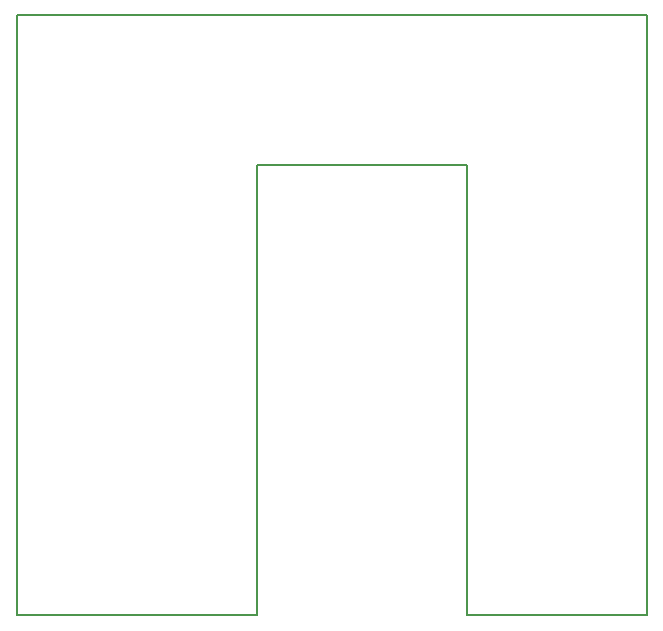
<source format=gm1>
%TF.GenerationSoftware,KiCad,Pcbnew,4.0.2-stable*%
%TF.CreationDate,2016-06-06T20:31:45-04:00*%
%TF.ProjectId,Backpack,4261636B7061636B2E6B696361645F70,rev?*%
%TF.FileFunction,Profile,NP*%
%FSLAX46Y46*%
G04 Gerber Fmt 4.6, Leading zero omitted, Abs format (unit mm)*
G04 Created by KiCad (PCBNEW 4.0.2-stable) date 6/6/2016 8:31:45 PM*
%MOMM*%
G01*
G04 APERTURE LIST*
%ADD10C,0.127000*%
G04 APERTURE END LIST*
D10*
X88900000Y-60960000D02*
X88900000Y-99060000D01*
X71120000Y-60960000D02*
X71120000Y-99060000D01*
X88900000Y-99060000D02*
X104140000Y-99060000D01*
X50800000Y-99060000D02*
X71120000Y-99060000D01*
X71120000Y-60960000D02*
X88900000Y-60960000D01*
X50800000Y-99060000D02*
X50800000Y-48260000D01*
X104140000Y-48260000D02*
X104140000Y-99060000D01*
X50800000Y-48260000D02*
X104140000Y-48260000D01*
M02*

</source>
